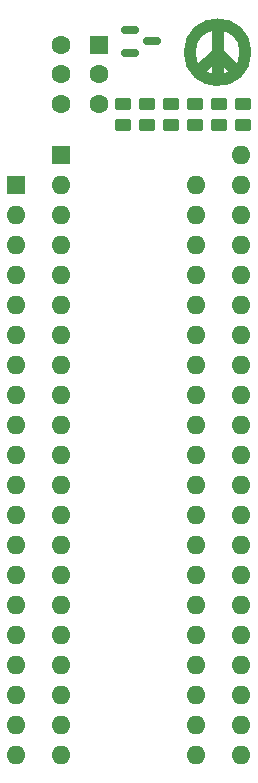
<source format=gbr>
%TF.GenerationSoftware,KiCad,Pcbnew,(6.0.6-1)-1*%
%TF.CreationDate,2022-08-08T01:27:23-04:00*%
%TF.ProjectId,tl866_27c322_adapter,746c3836-365f-4323-9763-3332325f6164,rev?*%
%TF.SameCoordinates,Original*%
%TF.FileFunction,Soldermask,Bot*%
%TF.FilePolarity,Negative*%
%FSLAX46Y46*%
G04 Gerber Fmt 4.6, Leading zero omitted, Abs format (unit mm)*
G04 Created by KiCad (PCBNEW (6.0.6-1)-1) date 2022-08-08 01:27:23*
%MOMM*%
%LPD*%
G01*
G04 APERTURE LIST*
G04 Aperture macros list*
%AMRoundRect*
0 Rectangle with rounded corners*
0 $1 Rounding radius*
0 $2 $3 $4 $5 $6 $7 $8 $9 X,Y pos of 4 corners*
0 Add a 4 corners polygon primitive as box body*
4,1,4,$2,$3,$4,$5,$6,$7,$8,$9,$2,$3,0*
0 Add four circle primitives for the rounded corners*
1,1,$1+$1,$2,$3*
1,1,$1+$1,$4,$5*
1,1,$1+$1,$6,$7*
1,1,$1+$1,$8,$9*
0 Add four rect primitives between the rounded corners*
20,1,$1+$1,$2,$3,$4,$5,0*
20,1,$1+$1,$4,$5,$6,$7,0*
20,1,$1+$1,$6,$7,$8,$9,0*
20,1,$1+$1,$8,$9,$2,$3,0*%
G04 Aperture macros list end*
%ADD10C,1.000000*%
%ADD11C,1.600000*%
%ADD12R,1.600000X1.600000*%
%ADD13O,1.600000X1.600000*%
%ADD14RoundRect,0.250000X0.450000X-0.262500X0.450000X0.262500X-0.450000X0.262500X-0.450000X-0.262500X0*%
%ADD15RoundRect,0.250000X-0.450000X0.262500X-0.450000X-0.262500X0.450000X-0.262500X0.450000X0.262500X0*%
%ADD16RoundRect,0.150000X-0.587500X-0.150000X0.587500X-0.150000X0.587500X0.150000X-0.587500X0.150000X0*%
G04 APERTURE END LIST*
D10*
X145669000Y-55562500D02*
X144018000Y-57150000D01*
X147320000Y-57150000D02*
X145669000Y-55562500D01*
X145669000Y-53213000D02*
X145669000Y-57658000D01*
X148031337Y-55499000D02*
G75*
G03*
X148031337Y-55499000I-2362337J0D01*
G01*
D11*
%TO.C,SW2*%
X132410400Y-59869500D03*
X132410400Y-57369500D03*
X132410400Y-54869500D03*
X135610400Y-59869500D03*
X135610400Y-57369500D03*
D12*
X135610400Y-54869500D03*
%TD*%
%TO.C,J1*%
X132435600Y-64185800D03*
D13*
X132435600Y-66725800D03*
X132435600Y-69265800D03*
X132435600Y-71805800D03*
X132435600Y-74345800D03*
X132435600Y-76885800D03*
X132435600Y-79425800D03*
X132435600Y-81965800D03*
X132435600Y-84505800D03*
X132435600Y-87045800D03*
X132435600Y-89585800D03*
X132435600Y-92125800D03*
X132435600Y-94665800D03*
X132435600Y-97205800D03*
X132435600Y-99745800D03*
X132435600Y-102285800D03*
X132435600Y-104825800D03*
X132435600Y-107365800D03*
X132435600Y-109905800D03*
X132435600Y-112445800D03*
X132435600Y-114985800D03*
X147675600Y-114985800D03*
X147675600Y-112445800D03*
X147675600Y-109905800D03*
X147675600Y-107365800D03*
X147675600Y-104825800D03*
X147675600Y-102285800D03*
X147675600Y-99745800D03*
X147675600Y-97205800D03*
X147675600Y-94665800D03*
X147675600Y-92125800D03*
X147675600Y-89585800D03*
X147675600Y-87045800D03*
X147675600Y-84505800D03*
X147675600Y-81965800D03*
X147675600Y-79425800D03*
X147675600Y-76885800D03*
X147675600Y-74345800D03*
X147675600Y-71805800D03*
X147675600Y-69265800D03*
X147675600Y-66725800D03*
X147675600Y-64185800D03*
%TD*%
%TO.C,J2*%
X143809800Y-66705400D03*
X143809800Y-69245400D03*
X143809800Y-71785400D03*
X143809800Y-74325400D03*
X143809800Y-76865400D03*
X143809800Y-79405400D03*
X143809800Y-81945400D03*
X143809800Y-84485400D03*
X143809800Y-87025400D03*
X143809800Y-89565400D03*
X143809800Y-92105400D03*
X143809800Y-94645400D03*
X143809800Y-97185400D03*
X143809800Y-99725400D03*
X143809800Y-102265400D03*
X143809800Y-104805400D03*
X143809800Y-107345400D03*
X143809800Y-109885400D03*
X143809800Y-112425400D03*
X143809800Y-114965400D03*
X128569800Y-114965400D03*
X128569800Y-112425400D03*
X128569800Y-109885400D03*
X128569800Y-107345400D03*
X128569800Y-104805400D03*
X128569800Y-102265400D03*
X128569800Y-99725400D03*
X128569800Y-97185400D03*
X128569800Y-94645400D03*
X128569800Y-92105400D03*
X128569800Y-89565400D03*
X128569800Y-87025400D03*
X128569800Y-84485400D03*
X128569800Y-81945400D03*
X128569800Y-79405400D03*
X128569800Y-76865400D03*
X128569800Y-74325400D03*
X128569800Y-71785400D03*
X128569800Y-69245400D03*
D12*
X128569800Y-66705400D03*
%TD*%
D14*
%TO.C,R4*%
X145821400Y-59869700D03*
X145821400Y-61694700D03*
%TD*%
%TO.C,R5*%
X147853400Y-61694700D03*
X147853400Y-59869700D03*
%TD*%
D15*
%TO.C,R1*%
X139725400Y-61694700D03*
X139725400Y-59869700D03*
%TD*%
D14*
%TO.C,R2*%
X141757400Y-59869700D03*
X141757400Y-61694700D03*
%TD*%
%TO.C,R3*%
X143789400Y-59869700D03*
X143789400Y-61694700D03*
%TD*%
D16*
%TO.C,Q1*%
X140154900Y-54584600D03*
X138279900Y-53634600D03*
X138279900Y-55534600D03*
%TD*%
D15*
%TO.C,C1*%
X137668000Y-61694700D03*
X137668000Y-59869700D03*
%TD*%
M02*

</source>
